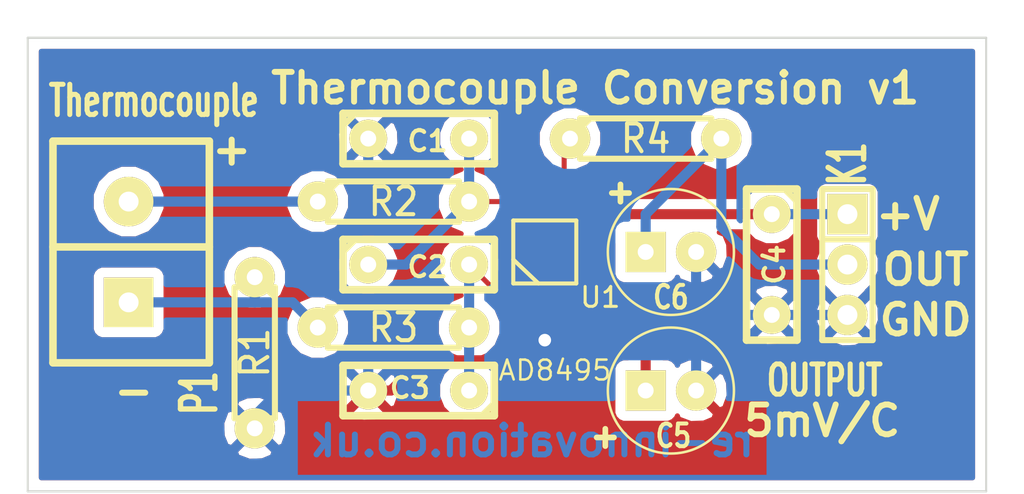
<source format=kicad_pcb>
(kicad_pcb (version 3) (host pcbnew "(2013-07-07 BZR 4022)-stable")

  (general
    (links 24)
    (no_connects 0)
    (area 21.463 45.085 73.025001 96.647001)
    (thickness 1.6)
    (drawings 12)
    (tracks 57)
    (zones 0)
    (modules 13)
    (nets 9)
  )

  (page A3)
  (layers
    (15 F.Cu signal)
    (0 B.Cu signal)
    (16 B.Adhes user)
    (17 F.Adhes user)
    (18 B.Paste user)
    (19 F.Paste user)
    (20 B.SilkS user)
    (21 F.SilkS user)
    (22 B.Mask user)
    (23 F.Mask user)
    (24 Dwgs.User user)
    (25 Cmts.User user)
    (26 Eco1.User user)
    (27 Eco2.User user)
    (28 Edge.Cuts user)
  )

  (setup
    (last_trace_width 0.508)
    (trace_clearance 0.254)
    (zone_clearance 0.508)
    (zone_45_only no)
    (trace_min 0.254)
    (segment_width 0.2)
    (edge_width 0.1)
    (via_size 0.889)
    (via_drill 0.635)
    (via_min_size 0.889)
    (via_min_drill 0.508)
    (uvia_size 0.508)
    (uvia_drill 0.127)
    (uvias_allowed no)
    (uvia_min_size 0.508)
    (uvia_min_drill 0.127)
    (pcb_text_width 0.3)
    (pcb_text_size 1.5 1.5)
    (mod_edge_width 0.15)
    (mod_text_size 1 1)
    (mod_text_width 0.15)
    (pad_size 2.032 2.032)
    (pad_drill 1.00076)
    (pad_to_mask_clearance 0)
    (aux_axis_origin 0 0)
    (visible_elements 7FFFFFFF)
    (pcbplotparams
      (layerselection 284196865)
      (usegerberextensions true)
      (excludeedgelayer true)
      (linewidth 0.150000)
      (plotframeref false)
      (viasonmask false)
      (mode 1)
      (useauxorigin false)
      (hpglpennumber 1)
      (hpglpenspeed 20)
      (hpglpendiameter 15)
      (hpglpenoverlay 2)
      (psnegative false)
      (psa4output false)
      (plotreference true)
      (plotvalue true)
      (plotothertext true)
      (plotinvisibletext false)
      (padsonsilk false)
      (subtractmaskfromsilk false)
      (outputformat 1)
      (mirror false)
      (drillshape 0)
      (scaleselection 1)
      (outputdirectory "E:/Work/PROTOTYPES/Thermcouple PCB/"))
  )

  (net 0 "")
  (net 1 GND)
  (net 2 N-000002)
  (net 3 N-000004)
  (net 4 N-000005)
  (net 5 N-000007)
  (net 6 N-000008)
  (net 7 N-000009)
  (net 8 VDD)

  (net_class Default "This is the default net class."
    (clearance 0.254)
    (trace_width 0.508)
    (via_dia 0.889)
    (via_drill 0.635)
    (uvia_dia 0.508)
    (uvia_drill 0.127)
    (add_net "")
    (add_net GND)
    (add_net N-000002)
    (add_net N-000004)
    (add_net N-000005)
    (add_net N-000007)
    (add_net N-000008)
    (add_net N-000009)
    (add_net VDD)
  )

  (module SIL-3_lg_pad_1mm (layer F.Cu) (tedit 5299AFDC) (tstamp 5299ACB6)
    (at 64.135 58.42 270)
    (descr "Connecteur 3 pins")
    (tags "CONN DEV")
    (path /5299AB87)
    (fp_text reference K1 (at -5.08 0 270) (layer F.SilkS)
      (effects (font (size 1.7907 1.07696) (thickness 0.26924)))
    )
    (fp_text value OUTPUT (at 5.842 1.143 360) (layer F.SilkS)
      (effects (font (size 1.524 1.016) (thickness 0.254)))
    )
    (fp_line (start -3.81 1.27) (end -3.81 -1.27) (layer F.SilkS) (width 0.3048))
    (fp_line (start -3.81 -1.27) (end 3.81 -1.27) (layer F.SilkS) (width 0.3048))
    (fp_line (start 3.81 -1.27) (end 3.81 1.27) (layer F.SilkS) (width 0.3048))
    (fp_line (start 3.81 1.27) (end -3.81 1.27) (layer F.SilkS) (width 0.3048))
    (fp_line (start -1.27 -1.27) (end -1.27 1.27) (layer F.SilkS) (width 0.3048))
    (pad 1 thru_hole rect (at -2.54 0 270) (size 2.032 2.032) (drill 1.00076)
      (layers *.Cu *.Mask F.SilkS)
      (net 8 VDD)
    )
    (pad 2 thru_hole circle (at 0 0 270) (size 2.032 2.032) (drill 1.00076)
      (layers *.Cu *.Mask F.SilkS)
      (net 2 N-000002)
    )
    (pad 3 thru_hole circle (at 2.54 0 270) (size 2.032 2.032) (drill 1.00076)
      (layers *.Cu *.Mask F.SilkS)
      (net 1 GND)
    )
  )

  (module SIL-2_screw_terminal (layer F.Cu) (tedit 5299B0C9) (tstamp 5299ACC3)
    (at 27.94 59.055 90)
    (descr "Connecteurs 2 pins")
    (tags "CONN DEV")
    (path /5299AB78)
    (fp_text reference P1 (at -5.842 3.556 90) (layer F.SilkS)
      (effects (font (size 1.72974 1.08712) (thickness 0.27178)))
    )
    (fp_text value Thermocouple (at 8.89 1.27 180) (layer F.SilkS)
      (effects (font (size 1.524 1.016) (thickness 0.254)))
    )
    (fp_text user - (at -5.715 0.254 180) (layer F.SilkS)
      (effects (font (size 1.524 1.524) (thickness 0.3048)))
    )
    (fp_text user + (at 6.35 5.08 90) (layer F.SilkS)
      (effects (font (size 1.524 1.524) (thickness 0.3048)))
    )
    (fp_line (start 1.524 4.064) (end 1.524 -3.81) (layer F.SilkS) (width 0.381))
    (fp_line (start -4.318 -3.81) (end 6.858 -3.81) (layer F.SilkS) (width 0.381))
    (fp_line (start 6.858 -3.81) (end 6.858 4.064) (layer F.SilkS) (width 0.381))
    (fp_line (start 6.858 4.064) (end -4.318 4.064) (layer F.SilkS) (width 0.381))
    (fp_line (start -4.318 4.064) (end -4.318 -3.81) (layer F.SilkS) (width 0.381))
    (pad 1 thru_hole rect (at -1.27 0 90) (size 2.49936 2.49936) (drill 1.00076)
      (layers *.Cu *.Mask F.SilkS)
      (net 5 N-000007)
    )
    (pad 2 thru_hole circle (at 3.81 0 90) (size 2.49936 2.49936) (drill 1.00076)
      (layers *.Cu *.Mask F.SilkS)
      (net 4 N-000005)
    )
  )

  (module R3-LARGE_PADS_0_8_hole (layer F.Cu) (tedit 4E9EA045) (tstamp 5299ACD1)
    (at 41.275 55.245)
    (descr "Resitance 3 pas")
    (tags R)
    (path /5299ABF0)
    (autoplace_cost180 10)
    (fp_text reference R2 (at 0 0) (layer F.SilkS)
      (effects (font (size 1.397 1.27) (thickness 0.2032)))
    )
    (fp_text value 10k (at 0 0) (layer F.SilkS) hide
      (effects (font (size 1.397 1.27) (thickness 0.2032)))
    )
    (fp_line (start -3.81 0) (end -3.302 0) (layer F.SilkS) (width 0.3048))
    (fp_line (start 3.81 0) (end 3.302 0) (layer F.SilkS) (width 0.3048))
    (fp_line (start 3.302 0) (end 3.302 -1.016) (layer F.SilkS) (width 0.3048))
    (fp_line (start 3.302 -1.016) (end -3.302 -1.016) (layer F.SilkS) (width 0.3048))
    (fp_line (start -3.302 -1.016) (end -3.302 1.016) (layer F.SilkS) (width 0.3048))
    (fp_line (start -3.302 1.016) (end 3.302 1.016) (layer F.SilkS) (width 0.3048))
    (fp_line (start 3.302 1.016) (end 3.302 0) (layer F.SilkS) (width 0.3048))
    (fp_line (start -3.302 -0.508) (end -2.794 -1.016) (layer F.SilkS) (width 0.3048))
    (pad 1 thru_hole circle (at -3.81 0) (size 2.032 2.032) (drill 0.8001)
      (layers *.Cu *.Mask F.SilkS)
      (net 4 N-000005)
    )
    (pad 2 thru_hole circle (at 3.81 0) (size 2.032 2.032) (drill 0.8001)
      (layers *.Cu *.Mask F.SilkS)
      (net 7 N-000009)
    )
    (model discret/resistor.wrl
      (at (xyz 0 0 0))
      (scale (xyz 0.3 0.3 0.3))
      (rotate (xyz 0 0 0))
    )
  )

  (module R3-LARGE_PADS_0_8_hole (layer F.Cu) (tedit 4E9EA045) (tstamp 5299ACDF)
    (at 41.275 61.595)
    (descr "Resitance 3 pas")
    (tags R)
    (path /5299ABFF)
    (autoplace_cost180 10)
    (fp_text reference R3 (at 0 0) (layer F.SilkS)
      (effects (font (size 1.397 1.27) (thickness 0.2032)))
    )
    (fp_text value 10k (at 0 0) (layer F.SilkS) hide
      (effects (font (size 1.397 1.27) (thickness 0.2032)))
    )
    (fp_line (start -3.81 0) (end -3.302 0) (layer F.SilkS) (width 0.3048))
    (fp_line (start 3.81 0) (end 3.302 0) (layer F.SilkS) (width 0.3048))
    (fp_line (start 3.302 0) (end 3.302 -1.016) (layer F.SilkS) (width 0.3048))
    (fp_line (start 3.302 -1.016) (end -3.302 -1.016) (layer F.SilkS) (width 0.3048))
    (fp_line (start -3.302 -1.016) (end -3.302 1.016) (layer F.SilkS) (width 0.3048))
    (fp_line (start -3.302 1.016) (end 3.302 1.016) (layer F.SilkS) (width 0.3048))
    (fp_line (start 3.302 1.016) (end 3.302 0) (layer F.SilkS) (width 0.3048))
    (fp_line (start -3.302 -0.508) (end -2.794 -1.016) (layer F.SilkS) (width 0.3048))
    (pad 1 thru_hole circle (at -3.81 0) (size 2.032 2.032) (drill 0.8001)
      (layers *.Cu *.Mask F.SilkS)
      (net 5 N-000007)
    )
    (pad 2 thru_hole circle (at 3.81 0) (size 2.032 2.032) (drill 0.8001)
      (layers *.Cu *.Mask F.SilkS)
      (net 6 N-000008)
    )
    (model discret/resistor.wrl
      (at (xyz 0 0 0))
      (scale (xyz 0.3 0.3 0.3))
      (rotate (xyz 0 0 0))
    )
  )

  (module R3-LARGE_PADS_0_8_hole (layer F.Cu) (tedit 4E9EA045) (tstamp 5299ACED)
    (at 34.29 62.865 270)
    (descr "Resitance 3 pas")
    (tags R)
    (path /5299AC0E)
    (autoplace_cost180 10)
    (fp_text reference R1 (at 0 0 270) (layer F.SilkS)
      (effects (font (size 1.397 1.27) (thickness 0.2032)))
    )
    (fp_text value 1M (at 0 0 270) (layer F.SilkS) hide
      (effects (font (size 1.397 1.27) (thickness 0.2032)))
    )
    (fp_line (start -3.81 0) (end -3.302 0) (layer F.SilkS) (width 0.3048))
    (fp_line (start 3.81 0) (end 3.302 0) (layer F.SilkS) (width 0.3048))
    (fp_line (start 3.302 0) (end 3.302 -1.016) (layer F.SilkS) (width 0.3048))
    (fp_line (start 3.302 -1.016) (end -3.302 -1.016) (layer F.SilkS) (width 0.3048))
    (fp_line (start -3.302 -1.016) (end -3.302 1.016) (layer F.SilkS) (width 0.3048))
    (fp_line (start -3.302 1.016) (end 3.302 1.016) (layer F.SilkS) (width 0.3048))
    (fp_line (start 3.302 1.016) (end 3.302 0) (layer F.SilkS) (width 0.3048))
    (fp_line (start -3.302 -0.508) (end -2.794 -1.016) (layer F.SilkS) (width 0.3048))
    (pad 1 thru_hole circle (at -3.81 0 270) (size 2.032 2.032) (drill 0.8001)
      (layers *.Cu *.Mask F.SilkS)
      (net 5 N-000007)
    )
    (pad 2 thru_hole circle (at 3.81 0 270) (size 2.032 2.032) (drill 0.8001)
      (layers *.Cu *.Mask F.SilkS)
      (net 1 GND)
    )
    (model discret/resistor.wrl
      (at (xyz 0 0 0))
      (scale (xyz 0.3 0.3 0.3))
      (rotate (xyz 0 0 0))
    )
  )

  (module R3-LARGE_PADS_0_8_hole (layer F.Cu) (tedit 4E9EA045) (tstamp 5299ACFB)
    (at 53.975 52.07)
    (descr "Resitance 3 pas")
    (tags R)
    (path /5299AC4A)
    (autoplace_cost180 10)
    (fp_text reference R4 (at 0 0) (layer F.SilkS)
      (effects (font (size 1.397 1.27) (thickness 0.2032)))
    )
    (fp_text value 100k (at 0 0) (layer F.SilkS) hide
      (effects (font (size 1.397 1.27) (thickness 0.2032)))
    )
    (fp_line (start -3.81 0) (end -3.302 0) (layer F.SilkS) (width 0.3048))
    (fp_line (start 3.81 0) (end 3.302 0) (layer F.SilkS) (width 0.3048))
    (fp_line (start 3.302 0) (end 3.302 -1.016) (layer F.SilkS) (width 0.3048))
    (fp_line (start 3.302 -1.016) (end -3.302 -1.016) (layer F.SilkS) (width 0.3048))
    (fp_line (start -3.302 -1.016) (end -3.302 1.016) (layer F.SilkS) (width 0.3048))
    (fp_line (start -3.302 1.016) (end 3.302 1.016) (layer F.SilkS) (width 0.3048))
    (fp_line (start 3.302 1.016) (end 3.302 0) (layer F.SilkS) (width 0.3048))
    (fp_line (start -3.302 -0.508) (end -2.794 -1.016) (layer F.SilkS) (width 0.3048))
    (pad 1 thru_hole circle (at -3.81 0) (size 2.032 2.032) (drill 0.8001)
      (layers *.Cu *.Mask F.SilkS)
      (net 3 N-000004)
    )
    (pad 2 thru_hole circle (at 3.81 0) (size 2.032 2.032) (drill 0.8001)
      (layers *.Cu *.Mask F.SilkS)
      (net 2 N-000002)
    )
    (model discret/resistor.wrl
      (at (xyz 0 0 0))
      (scale (xyz 0.3 0.3 0.3))
      (rotate (xyz 0 0 0))
    )
  )

  (module MSOP_8 (layer F.Cu) (tedit 5299B02A) (tstamp 5299AD0C)
    (at 48.895 57.785)
    (path /5299AB69)
    (fp_text reference U1 (at 2.794 2.286) (layer F.SilkS)
      (effects (font (size 1.00076 1.00076) (thickness 0.1524)))
    )
    (fp_text value AD8495 (at 0.508 5.969) (layer F.SilkS)
      (effects (font (size 1.00076 1.00076) (thickness 0.127)))
    )
    (fp_line (start -0.3175 1.5875) (end -1.5875 0.381) (layer F.SilkS) (width 0.2032))
    (fp_line (start -1.5875 1.5875) (end 1.5875 1.5875) (layer F.SilkS) (width 0.2032))
    (fp_line (start 1.5875 1.5875) (end 1.5875 -1.5875) (layer F.SilkS) (width 0.2032))
    (fp_line (start 1.5875 -1.5875) (end -1.5875 -1.5875) (layer F.SilkS) (width 0.2032))
    (fp_line (start -1.5875 -1.5875) (end -1.5875 1.5875) (layer F.SilkS) (width 0.2032))
    (pad 1 smd rect (at -0.97536 2.159) (size 0.381 1.27)
      (layers F.Cu F.Paste F.Mask)
      (net 6 N-000008)
    )
    (pad 2 smd rect (at -0.32512 2.159) (size 0.381 1.27)
      (layers F.Cu F.Paste F.Mask)
      (net 1 GND)
    )
    (pad 3 smd rect (at 0.32512 2.159) (size 0.381 1.27)
      (layers F.Cu F.Paste F.Mask)
      (net 1 GND)
    )
    (pad 4 smd rect (at 0.97536 2.159) (size 0.381 1.27)
      (layers F.Cu F.Paste F.Mask)
    )
    (pad 5 smd rect (at 0.97536 -2.159) (size 0.381 1.27)
      (layers F.Cu F.Paste F.Mask)
      (net 3 N-000004)
    )
    (pad 6 smd rect (at 0.32512 -2.159) (size 0.381 1.27)
      (layers F.Cu F.Paste F.Mask)
      (net 3 N-000004)
    )
    (pad 7 smd rect (at -0.32512 -2.159) (size 0.381 1.27)
      (layers F.Cu F.Paste F.Mask)
      (net 8 VDD)
    )
    (pad 8 smd rect (at -0.97536 -2.159) (size 0.381 1.27)
      (layers F.Cu F.Paste F.Mask)
      (net 7 N-000009)
    )
    (model smd/MSOP_8.wrl
      (at (xyz 0 0 0.001))
      (scale (xyz 0.3937 0.3937 0.3937))
      (rotate (xyz 0 0 0))
    )
  )

  (module C1V7_lg_pad (layer F.Cu) (tedit 5299B01E) (tstamp 5299AD14)
    (at 55.245 64.77)
    (path /5299ABE1)
    (fp_text reference C5 (at 0.127 2.286) (layer F.SilkS)
      (effects (font (size 1.143 0.889) (thickness 0.2032)))
    )
    (fp_text value 10uf (at 0 -1.524) (layer F.SilkS) hide
      (effects (font (size 1.143 0.889) (thickness 0.2032)))
    )
    (fp_text user + (at -3.302 2.286) (layer F.SilkS)
      (effects (font (size 1.143 1.143) (thickness 0.28702)))
    )
    (fp_circle (center 0 0) (end 3.175 0) (layer F.SilkS) (width 0.127))
    (pad 1 thru_hole rect (at -1.27 0) (size 2.032 2.032) (drill 0.8001)
      (layers *.Cu *.Mask F.SilkS)
      (net 8 VDD)
    )
    (pad 2 thru_hole circle (at 1.27 0) (size 2.032 2.032) (drill 0.8001)
      (layers *.Cu *.Mask F.SilkS)
      (net 1 GND)
    )
    (model discret/c_vert_c1v7.wrl
      (at (xyz 0 0 0))
      (scale (xyz 1 1 1))
      (rotate (xyz 0 0 0))
    )
  )

  (module C1V7_lg_pad (layer F.Cu) (tedit 5299B021) (tstamp 5299AD1C)
    (at 55.245 57.785)
    (path /5299AC59)
    (fp_text reference C6 (at 0 2.286) (layer F.SilkS)
      (effects (font (size 1.143 0.889) (thickness 0.2032)))
    )
    (fp_text value 1uf (at -0.127 -2.794) (layer F.SilkS) hide
      (effects (font (size 1.143 0.889) (thickness 0.2032)))
    )
    (fp_text user + (at -2.54 -3.048) (layer F.SilkS)
      (effects (font (size 1.143 1.143) (thickness 0.28702)))
    )
    (fp_circle (center 0 0) (end 3.175 0) (layer F.SilkS) (width 0.127))
    (pad 1 thru_hole rect (at -1.27 0) (size 2.032 2.032) (drill 0.8001)
      (layers *.Cu *.Mask F.SilkS)
      (net 2 N-000002)
    )
    (pad 2 thru_hole circle (at 1.27 0) (size 2.032 2.032) (drill 0.8001)
      (layers *.Cu *.Mask F.SilkS)
      (net 1 GND)
    )
    (model discret/c_vert_c1v7.wrl
      (at (xyz 0 0 0))
      (scale (xyz 1 1 1))
      (rotate (xyz 0 0 0))
    )
  )

  (module C1_wide_lg_pad (layer F.Cu) (tedit 4E38197A) (tstamp 5299AD27)
    (at 41.275 58.42)
    (descr "Condensateur e = 1 pas")
    (tags C)
    (path /5299AB96)
    (fp_text reference C2 (at 1.7145 0.127) (layer F.SilkS)
      (effects (font (size 1.016 1.016) (thickness 0.2032)))
    )
    (fp_text value 10nf (at 0 -2.286) (layer F.SilkS) hide
      (effects (font (size 1.016 1.016) (thickness 0.2032)))
    )
    (fp_line (start -2.54 -1.27) (end -2.54 1.27) (layer F.SilkS) (width 0.381))
    (fp_line (start -2.54 1.27) (end 5.08 1.27) (layer F.SilkS) (width 0.381))
    (fp_line (start 5.08 1.27) (end 5.08 -1.27) (layer F.SilkS) (width 0.381))
    (fp_line (start 5.08 -1.27) (end -2.54 -1.27) (layer F.SilkS) (width 0.381))
    (fp_line (start -2.54 -0.635) (end -1.905 -1.27) (layer F.SilkS) (width 0.3048))
    (pad 1 thru_hole circle (at -1.27 0) (size 1.905 1.905) (drill 0.8001)
      (layers *.Cu *.Mask F.SilkS)
      (net 7 N-000009)
    )
    (pad 2 thru_hole circle (at 3.81 0) (size 1.905 1.905) (drill 0.8001)
      (layers *.Cu *.Mask F.SilkS)
      (net 6 N-000008)
    )
    (model discret/capa_1_pas.wrl
      (at (xyz 0 0 0))
      (scale (xyz 1 1 1))
      (rotate (xyz 0 0 0))
    )
  )

  (module C1_wide_lg_pad (layer F.Cu) (tedit 4E38197A) (tstamp 5299AD32)
    (at 43.815 64.77 180)
    (descr "Condensateur e = 1 pas")
    (tags C)
    (path /5299ABB4)
    (fp_text reference C3 (at 1.7145 0.127 180) (layer F.SilkS)
      (effects (font (size 1.016 1.016) (thickness 0.2032)))
    )
    (fp_text value 1nf (at 0 -2.286 180) (layer F.SilkS) hide
      (effects (font (size 1.016 1.016) (thickness 0.2032)))
    )
    (fp_line (start -2.54 -1.27) (end -2.54 1.27) (layer F.SilkS) (width 0.381))
    (fp_line (start -2.54 1.27) (end 5.08 1.27) (layer F.SilkS) (width 0.381))
    (fp_line (start 5.08 1.27) (end 5.08 -1.27) (layer F.SilkS) (width 0.381))
    (fp_line (start 5.08 -1.27) (end -2.54 -1.27) (layer F.SilkS) (width 0.381))
    (fp_line (start -2.54 -0.635) (end -1.905 -1.27) (layer F.SilkS) (width 0.3048))
    (pad 1 thru_hole circle (at -1.27 0 180) (size 1.905 1.905) (drill 0.8001)
      (layers *.Cu *.Mask F.SilkS)
      (net 6 N-000008)
    )
    (pad 2 thru_hole circle (at 3.81 0 180) (size 1.905 1.905) (drill 0.8001)
      (layers *.Cu *.Mask F.SilkS)
      (net 1 GND)
    )
    (model discret/capa_1_pas.wrl
      (at (xyz 0 0 0))
      (scale (xyz 1 1 1))
      (rotate (xyz 0 0 0))
    )
  )

  (module C1_wide_lg_pad (layer F.Cu) (tedit 4E38197A) (tstamp 5299AD3D)
    (at 41.275 52.07)
    (descr "Condensateur e = 1 pas")
    (tags C)
    (path /5299ABC3)
    (fp_text reference C1 (at 1.7145 0.127) (layer F.SilkS)
      (effects (font (size 1.016 1.016) (thickness 0.2032)))
    )
    (fp_text value 1nf (at 0 -2.286) (layer F.SilkS) hide
      (effects (font (size 1.016 1.016) (thickness 0.2032)))
    )
    (fp_line (start -2.54 -1.27) (end -2.54 1.27) (layer F.SilkS) (width 0.381))
    (fp_line (start -2.54 1.27) (end 5.08 1.27) (layer F.SilkS) (width 0.381))
    (fp_line (start 5.08 1.27) (end 5.08 -1.27) (layer F.SilkS) (width 0.381))
    (fp_line (start 5.08 -1.27) (end -2.54 -1.27) (layer F.SilkS) (width 0.381))
    (fp_line (start -2.54 -0.635) (end -1.905 -1.27) (layer F.SilkS) (width 0.3048))
    (pad 1 thru_hole circle (at -1.27 0) (size 1.905 1.905) (drill 0.8001)
      (layers *.Cu *.Mask F.SilkS)
      (net 1 GND)
    )
    (pad 2 thru_hole circle (at 3.81 0) (size 1.905 1.905) (drill 0.8001)
      (layers *.Cu *.Mask F.SilkS)
      (net 7 N-000009)
    )
    (model discret/capa_1_pas.wrl
      (at (xyz 0 0 0))
      (scale (xyz 1 1 1))
      (rotate (xyz 0 0 0))
    )
  )

  (module C1_wide_lg_pad (layer F.Cu) (tedit 5299AD8C) (tstamp 5299AD48)
    (at 60.325 57.15 270)
    (descr "Condensateur e = 1 pas")
    (tags C)
    (path /5299ABD2)
    (fp_text reference C4 (at 1.27 -0.127 270) (layer F.SilkS)
      (effects (font (size 1.016 1.016) (thickness 0.2032)))
    )
    (fp_text value 100nf (at 0 -2.286 270) (layer F.SilkS) hide
      (effects (font (size 1.016 1.016) (thickness 0.2032)))
    )
    (fp_line (start -2.54 -1.27) (end -2.54 1.27) (layer F.SilkS) (width 0.381))
    (fp_line (start -2.54 1.27) (end 5.08 1.27) (layer F.SilkS) (width 0.381))
    (fp_line (start 5.08 1.27) (end 5.08 -1.27) (layer F.SilkS) (width 0.381))
    (fp_line (start 5.08 -1.27) (end -2.54 -1.27) (layer F.SilkS) (width 0.381))
    (fp_line (start -2.54 -0.635) (end -1.905 -1.27) (layer F.SilkS) (width 0.3048))
    (pad 1 thru_hole circle (at -1.27 0 270) (size 1.905 1.905) (drill 0.8001)
      (layers *.Cu *.Mask F.SilkS)
      (net 8 VDD)
    )
    (pad 2 thru_hole circle (at 3.81 0 270) (size 1.905 1.905) (drill 0.8001)
      (layers *.Cu *.Mask F.SilkS)
      (net 1 GND)
    )
    (model discret/capa_1_pas.wrl
      (at (xyz 0 0 0))
      (scale (xyz 1 1 1))
      (rotate (xyz 0 0 0))
    )
  )

  (gr_line (start 22.86 69.85) (end 71.12 69.85) (angle 90) (layer Edge.Cuts) (width 0.1))
  (gr_line (start 22.86 46.99) (end 22.86 69.85) (angle 90) (layer Edge.Cuts) (width 0.1))
  (gr_line (start 71.12 46.99) (end 22.86 46.99) (angle 90) (layer Edge.Cuts) (width 0.1))
  (gr_line (start 71.12 69.85) (end 71.12 46.99) (angle 90) (layer Edge.Cuts) (width 0.1))
  (gr_line (start 71.12 69.85) (end 22.86 69.85) (angle 90) (layer Edge.Cuts) (width 0.1))
  (gr_line (start 22.86 46.99) (end 71.12 46.99) (angle 90) (layer Edge.Cuts) (width 0.1))
  (gr_text "Thermocouple Conversion v1" (at 51.435 49.53) (layer F.SilkS)
    (effects (font (size 1.5 1.5) (thickness 0.3)))
  )
  (gr_text re-innovation.co.uk (at 48.26 67.31) (layer B.Cu)
    (effects (font (size 1.5 1.5) (thickness 0.3)) (justify mirror))
  )
  (gr_text GND (at 68.072 61.214) (layer F.SilkS)
    (effects (font (size 1.5 1.5) (thickness 0.3)))
  )
  (gr_text OUT (at 68.072 58.674) (layer F.SilkS)
    (effects (font (size 1.5 1.5) (thickness 0.3)))
  )
  (gr_text 5mV/C (at 62.865 66.294) (layer F.SilkS)
    (effects (font (size 1.5 1.5) (thickness 0.3)))
  )
  (gr_text +V (at 67.183 55.88) (layer F.SilkS)
    (effects (font (size 1.5 1.5) (thickness 0.3)))
  )

  (segment (start 40.005 64.77) (end 41.148 64.77) (width 0.508) (layer F.Cu) (net 1))
  (segment (start 47.879 63.246) (end 48.895 62.23) (width 0.508) (layer F.Cu) (net 1) (tstamp 5299AF81))
  (segment (start 42.672 63.246) (end 47.879 63.246) (width 0.508) (layer F.Cu) (net 1) (tstamp 5299AF80))
  (segment (start 41.148 64.77) (end 42.672 63.246) (width 0.508) (layer F.Cu) (net 1) (tstamp 5299AF7F))
  (segment (start 48.895 61.595) (end 48.895 62.23) (width 0.508) (layer F.Cu) (net 1))
  (segment (start 48.895 59.944) (end 48.895 61.595) (width 0.254) (layer F.Cu) (net 1))
  (segment (start 48.895 62.23) (end 56.515 62.23) (width 0.508) (layer B.Cu) (net 1) (tstamp 5299AF78))
  (via (at 48.895 62.23) (size 0.889) (layers F.Cu B.Cu) (net 1))
  (segment (start 48.56988 59.944) (end 48.895 59.944) (width 0.254) (layer F.Cu) (net 1))
  (segment (start 48.895 59.944) (end 49.22012 59.944) (width 0.254) (layer F.Cu) (net 1) (tstamp 5299AF6D))
  (segment (start 60.325 60.96) (end 56.515 60.96) (width 0.508) (layer B.Cu) (net 1))
  (segment (start 56.515 64.77) (end 56.515 62.23) (width 0.508) (layer B.Cu) (net 1))
  (segment (start 56.515 62.23) (end 56.515 60.96) (width 0.508) (layer B.Cu) (net 1) (tstamp 5299AF7B))
  (segment (start 56.515 60.96) (end 56.515 57.785) (width 0.508) (layer B.Cu) (net 1) (tstamp 5299AF57))
  (segment (start 60.325 60.96) (end 64.135 60.96) (width 0.508) (layer B.Cu) (net 1))
  (segment (start 34.29 66.675) (end 34.29 66.04) (width 0.508) (layer B.Cu) (net 1))
  (segment (start 35.56 64.77) (end 40.005 64.77) (width 0.508) (layer B.Cu) (net 1) (tstamp 5299AF45))
  (segment (start 34.29 66.04) (end 35.56 64.77) (width 0.508) (layer B.Cu) (net 1) (tstamp 5299AF44))
  (segment (start 40.005 64.77) (end 40.005 61.595) (width 0.508) (layer B.Cu) (net 1))
  (segment (start 40.005 55.88) (end 40.005 52.07) (width 0.508) (layer B.Cu) (net 1) (tstamp 5299AF41))
  (segment (start 38.1 57.785) (end 40.005 55.88) (width 0.508) (layer B.Cu) (net 1) (tstamp 5299AF40))
  (segment (start 38.1 59.69) (end 38.1 57.785) (width 0.508) (layer B.Cu) (net 1) (tstamp 5299AF3F))
  (segment (start 40.005 61.595) (end 38.1 59.69) (width 0.508) (layer B.Cu) (net 1) (tstamp 5299AF3E))
  (segment (start 64.135 58.42) (end 59.69 58.42) (width 0.508) (layer B.Cu) (net 2))
  (segment (start 57.785 56.515) (end 57.785 52.07) (width 0.508) (layer B.Cu) (net 2) (tstamp 5299AF50))
  (segment (start 59.69 58.42) (end 57.785 56.515) (width 0.508) (layer B.Cu) (net 2) (tstamp 5299AF4F))
  (segment (start 53.975 57.785) (end 53.975 55.88) (width 0.508) (layer B.Cu) (net 2))
  (segment (start 53.975 55.88) (end 57.785 52.07) (width 0.508) (layer B.Cu) (net 2) (tstamp 5299AF4C))
  (segment (start 49.22012 55.626) (end 49.87036 55.626) (width 0.254) (layer F.Cu) (net 3))
  (segment (start 49.87036 55.626) (end 49.87036 52.36464) (width 0.254) (layer F.Cu) (net 3))
  (segment (start 49.87036 52.36464) (end 50.165 52.07) (width 0.254) (layer F.Cu) (net 3) (tstamp 5299AF66))
  (segment (start 27.94 55.245) (end 37.465 55.245) (width 0.508) (layer B.Cu) (net 4))
  (segment (start 34.29 59.055) (end 34.29 60.325) (width 0.508) (layer B.Cu) (net 5))
  (segment (start 27.94 60.325) (end 34.29 60.325) (width 0.508) (layer B.Cu) (net 5))
  (segment (start 34.29 60.325) (end 36.195 60.325) (width 0.508) (layer B.Cu) (net 5) (tstamp 5299AF33))
  (segment (start 36.195 60.325) (end 37.465 61.595) (width 0.508) (layer B.Cu) (net 5) (tstamp 5299AF2E))
  (segment (start 36.195 60.325) (end 37.465 61.595) (width 0.254) (layer B.Cu) (net 5) (tstamp 5299AF28))
  (segment (start 47.91964 59.944) (end 46.609 59.944) (width 0.254) (layer F.Cu) (net 6))
  (segment (start 46.609 59.944) (end 45.085 58.42) (width 0.254) (layer F.Cu) (net 6) (tstamp 5299AF62))
  (segment (start 45.085 64.77) (end 45.085 61.595) (width 0.508) (layer B.Cu) (net 6))
  (segment (start 45.085 61.595) (end 45.085 58.42) (width 0.508) (layer B.Cu) (net 6))
  (segment (start 45.085 55.245) (end 47.53864 55.245) (width 0.254) (layer F.Cu) (net 7))
  (segment (start 47.53864 55.245) (end 47.91964 55.626) (width 0.254) (layer F.Cu) (net 7) (tstamp 5299AF5E))
  (segment (start 45.085 55.245) (end 45.085 52.07) (width 0.508) (layer B.Cu) (net 7))
  (segment (start 40.005 58.42) (end 41.91 58.42) (width 0.508) (layer B.Cu) (net 7))
  (segment (start 41.91 58.42) (end 45.085 55.245) (width 0.508) (layer B.Cu) (net 7) (tstamp 5299AF35))
  (segment (start 50.038 58.293) (end 53.975 62.23) (width 0.508) (layer F.Cu) (net 8))
  (segment (start 50.292 58.547) (end 50.038 58.293) (width 0.508) (layer F.Cu) (net 8))
  (segment (start 50.038 58.293) (end 48.56988 56.82488) (width 0.508) (layer F.Cu) (net 8) (tstamp 5299AF95))
  (segment (start 53.975 62.23) (end 53.975 64.77) (width 0.508) (layer F.Cu) (net 8) (tstamp 5299AF8E))
  (segment (start 60.325 55.88) (end 52.578 55.88) (width 0.508) (layer F.Cu) (net 8))
  (segment (start 50.292 58.166) (end 50.292 58.547) (width 0.508) (layer F.Cu) (net 8) (tstamp 5299AF86))
  (segment (start 52.578 55.88) (end 50.292 58.166) (width 0.508) (layer F.Cu) (net 8) (tstamp 5299AF84))
  (segment (start 48.56988 55.626) (end 48.56988 56.82488) (width 0.254) (layer F.Cu) (net 8))
  (segment (start 53.975 62.23) (end 53.975 64.77) (width 0.254) (layer F.Cu) (net 8) (tstamp 5299AF72))
  (segment (start 50.292 58.547) (end 53.975 62.23) (width 0.254) (layer F.Cu) (net 8) (tstamp 5299AF89))
  (segment (start 64.135 55.88) (end 60.325 55.88) (width 0.508) (layer B.Cu) (net 8))

  (zone (net 1) (net_name GND) (layer B.Cu) (tstamp 5299B209) (hatch edge 0.508)
    (connect_pads (clearance 0.508))
    (min_thickness 0.254)
    (fill (arc_segments 16) (thermal_gap 0.508) (thermal_bridge_width 0.508))
    (polygon
      (pts
        (xy 72.263 69.977) (xy 22.098 69.977) (xy 22.225 45.72) (xy 72.39 45.72)
      )
    )
    (filled_polygon
      (pts
        (xy 70.435 69.165) (xy 65.796816 69.165) (xy 65.796816 61.228358) (xy 65.786286 60.937976) (xy 65.786286 58.093037)
        (xy 65.535466 57.486005) (xy 65.491794 57.442257) (xy 65.510229 57.434641) (xy 65.689013 57.256168) (xy 65.785889 57.022864)
        (xy 65.78611 56.770245) (xy 65.78611 54.738245) (xy 65.689641 54.504771) (xy 65.511168 54.325987) (xy 65.277864 54.229111)
        (xy 65.025245 54.22889) (xy 62.993245 54.22889) (xy 62.759771 54.325359) (xy 62.580987 54.503832) (xy 62.484111 54.737136)
        (xy 62.48389 54.989755) (xy 62.48389 54.991) (xy 61.675349 54.991) (xy 61.671601 54.981929) (xy 61.22542 54.534969)
        (xy 60.642158 54.292777) (xy 60.010612 54.292226) (xy 59.426929 54.533399) (xy 58.979969 54.97958) (xy 58.737777 55.562842)
        (xy 58.737226 56.194388) (xy 58.748211 56.220975) (xy 58.674 56.146764) (xy 58.674 53.489057) (xy 58.718995 53.470466)
        (xy 59.183834 53.006437) (xy 59.435713 52.399845) (xy 59.436286 51.743037) (xy 59.185466 51.136005) (xy 58.721437 50.671166)
        (xy 58.114845 50.419287) (xy 57.458037 50.418714) (xy 56.851005 50.669534) (xy 56.386166 51.133563) (xy 56.134287 51.740155)
        (xy 56.133714 52.396963) (xy 56.153329 52.444435) (xy 53.346382 55.251382) (xy 53.153671 55.539794) (xy 53.086 55.88)
        (xy 53.086 56.13389) (xy 52.833245 56.13389) (xy 52.599771 56.230359) (xy 52.420987 56.408832) (xy 52.324111 56.642136)
        (xy 52.32389 56.894755) (xy 52.32389 58.926755) (xy 52.420359 59.160229) (xy 52.598832 59.339013) (xy 52.832136 59.435889)
        (xy 53.084755 59.43611) (xy 55.116755 59.43611) (xy 55.350229 59.339641) (xy 55.529013 59.161168) (xy 55.571563 59.058693)
        (xy 55.63112 59.217622) (xy 56.246642 59.446816) (xy 56.903019 59.423014) (xy 57.39888 59.217622) (xy 57.499502 58.949107)
        (xy 56.515 57.964605) (xy 56.500857 57.978747) (xy 56.321252 57.799142) (xy 56.335395 57.785) (xy 56.321252 57.770857)
        (xy 56.500857 57.591252) (xy 56.515 57.605395) (xy 56.529142 57.591252) (xy 56.708747 57.770857) (xy 56.694605 57.785)
        (xy 57.679107 58.769502) (xy 57.947622 58.66888) (xy 58.146781 58.134017) (xy 59.061381 59.048617) (xy 59.061382 59.048618)
        (xy 59.349794 59.241329) (xy 59.689999 59.309) (xy 59.689999 59.308999) (xy 59.69 59.309) (xy 62.715942 59.309)
        (xy 62.734534 59.353995) (xy 63.157366 59.777565) (xy 63.150498 59.795893) (xy 64.135 60.780395) (xy 65.119502 59.795893)
        (xy 65.112453 59.777083) (xy 65.533834 59.356437) (xy 65.785713 58.749845) (xy 65.786286 58.093037) (xy 65.786286 60.937976)
        (xy 65.773014 60.571981) (xy 65.567622 60.07612) (xy 65.299107 59.975498) (xy 64.314605 60.96) (xy 65.299107 61.944502)
        (xy 65.567622 61.84388) (xy 65.796816 61.228358) (xy 65.796816 69.165) (xy 65.119502 69.165) (xy 65.119502 62.124107)
        (xy 64.135 61.139605) (xy 63.955395 61.31921) (xy 63.955395 60.96) (xy 62.970893 59.975498) (xy 62.702378 60.07612)
        (xy 62.473184 60.691642) (xy 62.496986 61.348019) (xy 62.702378 61.84388) (xy 62.970893 61.944502) (xy 63.955395 60.96)
        (xy 63.955395 61.31921) (xy 63.150498 62.124107) (xy 63.25112 62.392622) (xy 63.866642 62.621816) (xy 64.523019 62.598014)
        (xy 65.01888 62.392622) (xy 65.119502 62.124107) (xy 65.119502 69.165) (xy 61.923672 69.165) (xy 61.923672 61.213199)
        (xy 61.898875 60.582141) (xy 61.705086 60.114289) (xy 61.443159 60.021447) (xy 61.263553 60.201052) (xy 61.263553 59.841841)
        (xy 61.170711 59.579914) (xy 60.578199 59.361328) (xy 59.947141 59.386125) (xy 59.479289 59.579914) (xy 59.386447 59.841841)
        (xy 60.325 60.780395) (xy 61.263553 59.841841) (xy 61.263553 60.201052) (xy 60.504605 60.96) (xy 61.443159 61.898553)
        (xy 61.705086 61.805711) (xy 61.923672 61.213199) (xy 61.923672 69.165) (xy 61.263553 69.165) (xy 61.263553 62.078159)
        (xy 60.325 61.139605) (xy 60.145395 61.31921) (xy 60.145395 60.96) (xy 59.206841 60.021447) (xy 58.944914 60.114289)
        (xy 58.726328 60.706801) (xy 58.751125 61.337859) (xy 58.944914 61.805711) (xy 59.206841 61.898553) (xy 60.145395 60.96)
        (xy 60.145395 61.31921) (xy 59.386447 62.078159) (xy 59.479289 62.340086) (xy 60.071801 62.558672) (xy 60.702859 62.533875)
        (xy 61.170711 62.340086) (xy 61.263553 62.078159) (xy 61.263553 69.165) (xy 60.187858 69.165) (xy 60.187858 69.145)
        (xy 60.187858 65.175) (xy 58.125936 65.175) (xy 58.176816 65.038358) (xy 58.153014 64.381981) (xy 57.947622 63.88612)
        (xy 57.679107 63.785498) (xy 56.694605 64.77) (xy 56.708747 64.784142) (xy 56.529142 64.963747) (xy 56.515 64.949605)
        (xy 56.500857 64.963747) (xy 56.321252 64.784142) (xy 56.335395 64.77) (xy 56.321252 64.755857) (xy 56.500857 64.576252)
        (xy 56.515 64.590395) (xy 57.499502 63.605893) (xy 57.39888 63.337378) (xy 56.783358 63.108184) (xy 56.126981 63.131986)
        (xy 55.63112 63.337378) (xy 55.571578 63.496267) (xy 55.529641 63.394771) (xy 55.351168 63.215987) (xy 55.117864 63.119111)
        (xy 54.865245 63.11889) (xy 52.833245 63.11889) (xy 52.599771 63.215359) (xy 52.420987 63.393832) (xy 52.324111 63.627136)
        (xy 52.32389 63.879755) (xy 52.32389 65.175) (xy 51.816286 65.175) (xy 51.816286 51.743037) (xy 51.565466 51.136005)
        (xy 51.101437 50.671166) (xy 50.494845 50.419287) (xy 49.838037 50.418714) (xy 49.231005 50.669534) (xy 48.766166 51.133563)
        (xy 48.514287 51.740155) (xy 48.513714 52.396963) (xy 48.764534 53.003995) (xy 49.228563 53.468834) (xy 49.835155 53.720713)
        (xy 50.491963 53.721286) (xy 51.098995 53.470466) (xy 51.563834 53.006437) (xy 51.815713 52.399845) (xy 51.816286 51.743037)
        (xy 51.816286 65.175) (xy 46.635747 65.175) (xy 46.672223 65.087158) (xy 46.672774 64.455612) (xy 46.431601 63.871929)
        (xy 45.98542 63.424969) (xy 45.974 63.420226) (xy 45.974 63.014057) (xy 46.018995 62.995466) (xy 46.483834 62.531437)
        (xy 46.735713 61.924845) (xy 46.736286 61.268037) (xy 46.485466 60.661005) (xy 46.021437 60.196166) (xy 45.974 60.176468)
        (xy 45.974 59.770349) (xy 45.983071 59.766601) (xy 46.430031 59.32042) (xy 46.672223 58.737158) (xy 46.672774 58.105612)
        (xy 46.431601 57.521929) (xy 45.98542 57.074969) (xy 45.48371 56.86664) (xy 46.018995 56.645466) (xy 46.483834 56.181437)
        (xy 46.735713 55.574845) (xy 46.736286 54.918037) (xy 46.485466 54.311005) (xy 46.021437 53.846166) (xy 45.974 53.826468)
        (xy 45.974 53.420349) (xy 45.983071 53.416601) (xy 46.430031 52.97042) (xy 46.672223 52.387158) (xy 46.672774 51.755612)
        (xy 46.431601 51.171929) (xy 45.98542 50.724969) (xy 45.402158 50.482777) (xy 44.770612 50.482226) (xy 44.186929 50.723399)
        (xy 43.739969 51.16958) (xy 43.497777 51.752842) (xy 43.497226 52.384388) (xy 43.738399 52.968071) (xy 44.18458 53.415031)
        (xy 44.196 53.419773) (xy 44.196 53.825942) (xy 44.151005 53.844534) (xy 43.686166 54.308563) (xy 43.434287 54.915155)
        (xy 43.433714 55.571963) (xy 43.453328 55.619435) (xy 41.603672 57.469091) (xy 41.603672 52.323199) (xy 41.578875 51.692141)
        (xy 41.385086 51.224289) (xy 41.123159 51.131447) (xy 40.943553 51.311052) (xy 40.943553 50.951841) (xy 40.850711 50.689914)
        (xy 40.258199 50.471328) (xy 39.627141 50.496125) (xy 39.159289 50.689914) (xy 39.066447 50.951841) (xy 40.005 51.890395)
        (xy 40.943553 50.951841) (xy 40.943553 51.311052) (xy 40.184605 52.07) (xy 41.123159 53.008553) (xy 41.385086 52.915711)
        (xy 41.603672 52.323199) (xy 41.603672 57.469091) (xy 41.541764 57.531) (xy 41.355349 57.531) (xy 41.351601 57.521929)
        (xy 40.943553 57.113168) (xy 40.943553 53.188159) (xy 40.005 52.249605) (xy 39.825395 52.42921) (xy 39.825395 52.07)
        (xy 38.886841 51.131447) (xy 38.624914 51.224289) (xy 38.406328 51.816801) (xy 38.431125 52.447859) (xy 38.624914 52.915711)
        (xy 38.886841 53.008553) (xy 39.825395 52.07) (xy 39.825395 52.42921) (xy 39.066447 53.188159) (xy 39.159289 53.450086)
        (xy 39.751801 53.668672) (xy 40.382859 53.643875) (xy 40.850711 53.450086) (xy 40.943553 53.188159) (xy 40.943553 57.113168)
        (xy 40.90542 57.074969) (xy 40.322158 56.832777) (xy 39.690612 56.832226) (xy 39.116286 57.069532) (xy 39.116286 54.918037)
        (xy 38.865466 54.311005) (xy 38.401437 53.846166) (xy 37.794845 53.594287) (xy 37.138037 53.593714) (xy 36.531005 53.844534)
        (xy 36.066166 54.308563) (xy 36.046468 54.356) (xy 29.611899 54.356) (xy 29.538686 54.178809) (xy 29.008979 53.648178)
        (xy 28.316531 53.360648) (xy 27.566759 53.359994) (xy 26.873809 53.646314) (xy 26.343178 54.176021) (xy 26.055648 54.868469)
        (xy 26.054994 55.618241) (xy 26.341314 56.311191) (xy 26.871021 56.841822) (xy 27.563469 57.129352) (xy 28.313241 57.130006)
        (xy 29.006191 56.843686) (xy 29.536822 56.313979) (xy 29.611555 56.134) (xy 36.045942 56.134) (xy 36.064534 56.178995)
        (xy 36.528563 56.643834) (xy 37.135155 56.895713) (xy 37.791963 56.896286) (xy 38.398995 56.645466) (xy 38.863834 56.181437)
        (xy 39.115713 55.574845) (xy 39.116286 54.918037) (xy 39.116286 57.069532) (xy 39.106929 57.073399) (xy 38.659969 57.51958)
        (xy 38.417777 58.102842) (xy 38.417226 58.734388) (xy 38.658399 59.318071) (xy 39.10458 59.765031) (xy 39.687842 60.007223)
        (xy 40.319388 60.007774) (xy 40.903071 59.766601) (xy 41.350031 59.32042) (xy 41.354773 59.309) (xy 41.91 59.309)
        (xy 42.250205 59.241329) (xy 42.250206 59.241329) (xy 42.538618 59.048618) (xy 43.50728 58.079955) (xy 43.497777 58.102842)
        (xy 43.497226 58.734388) (xy 43.738399 59.318071) (xy 44.18458 59.765031) (xy 44.196 59.769773) (xy 44.196 60.175942)
        (xy 44.151005 60.194534) (xy 43.686166 60.658563) (xy 43.434287 61.265155) (xy 43.433714 61.921963) (xy 43.684534 62.528995)
        (xy 44.148563 62.993834) (xy 44.196 63.013531) (xy 44.196 63.41965) (xy 44.186929 63.423399) (xy 43.739969 63.86958)
        (xy 43.497777 64.452842) (xy 43.497226 65.084388) (xy 43.534666 65.175) (xy 41.54767 65.175) (xy 41.603672 65.023199)
        (xy 41.578875 64.392141) (xy 41.385086 63.924289) (xy 41.123159 63.831447) (xy 40.943553 64.011052) (xy 40.943553 63.651841)
        (xy 40.850711 63.389914) (xy 40.258199 63.171328) (xy 39.627141 63.196125) (xy 39.159289 63.389914) (xy 39.116286 63.511234)
        (xy 39.116286 61.268037) (xy 38.865466 60.661005) (xy 38.401437 60.196166) (xy 37.794845 59.944287) (xy 37.138037 59.943714)
        (xy 37.090564 59.963328) (xy 36.823618 59.696382) (xy 36.535206 59.503671) (xy 36.195 59.436) (xy 35.919471 59.436)
        (xy 35.940713 59.384845) (xy 35.941286 58.728037) (xy 35.690466 58.121005) (xy 35.226437 57.656166) (xy 34.619845 57.404287)
        (xy 33.963037 57.403714) (xy 33.356005 57.654534) (xy 32.891166 58.118563) (xy 32.639287 58.725155) (xy 32.638714 59.381963)
        (xy 32.661041 59.436) (xy 29.82479 59.436) (xy 29.82479 58.949565) (xy 29.728321 58.716091) (xy 29.549848 58.537307)
        (xy 29.316544 58.440431) (xy 29.063925 58.44021) (xy 26.564565 58.44021) (xy 26.331091 58.536679) (xy 26.152307 58.715152)
        (xy 26.055431 58.948456) (xy 26.05521 59.201075) (xy 26.05521 61.700435) (xy 26.151679 61.933909) (xy 26.330152 62.112693)
        (xy 26.563456 62.209569) (xy 26.816075 62.20979) (xy 29.315435 62.20979) (xy 29.548909 62.113321) (xy 29.727693 61.934848)
        (xy 29.824569 61.701544) (xy 29.82479 61.448925) (xy 29.82479 61.214) (xy 34.29 61.214) (xy 35.826764 61.214)
        (xy 35.832956 61.220192) (xy 35.814287 61.265155) (xy 35.813714 61.921963) (xy 36.064534 62.528995) (xy 36.528563 62.993834)
        (xy 37.135155 63.245713) (xy 37.791963 63.246286) (xy 38.398995 62.995466) (xy 38.863834 62.531437) (xy 39.115713 61.924845)
        (xy 39.116286 61.268037) (xy 39.116286 63.511234) (xy 39.066447 63.651841) (xy 40.005 64.590395) (xy 40.943553 63.651841)
        (xy 40.943553 64.011052) (xy 40.184605 64.77) (xy 40.198747 64.784142) (xy 40.019142 64.963747) (xy 40.005 64.949605)
        (xy 39.990857 64.963747) (xy 39.811252 64.784142) (xy 39.825395 64.77) (xy 38.886841 63.831447) (xy 38.624914 63.924289)
        (xy 38.406328 64.516801) (xy 38.431125 65.147859) (xy 38.442367 65.175) (xy 36.332142 65.175) (xy 36.332142 69.145)
        (xy 60.187858 69.145) (xy 60.187858 69.165) (xy 35.951816 69.165) (xy 35.951816 66.943358) (xy 35.928014 66.286981)
        (xy 35.722622 65.79112) (xy 35.454107 65.690498) (xy 35.274502 65.870103) (xy 35.274502 65.510893) (xy 35.17388 65.242378)
        (xy 34.558358 65.013184) (xy 33.901981 65.036986) (xy 33.40612 65.242378) (xy 33.305498 65.510893) (xy 34.29 66.495395)
        (xy 35.274502 65.510893) (xy 35.274502 65.870103) (xy 34.469605 66.675) (xy 35.454107 67.659502) (xy 35.722622 67.55888)
        (xy 35.951816 66.943358) (xy 35.951816 69.165) (xy 35.274502 69.165) (xy 35.274502 67.839107) (xy 34.29 66.854605)
        (xy 34.110395 67.03421) (xy 34.110395 66.675) (xy 33.125893 65.690498) (xy 32.857378 65.79112) (xy 32.628184 66.406642)
        (xy 32.651986 67.063019) (xy 32.857378 67.55888) (xy 33.125893 67.659502) (xy 34.110395 66.675) (xy 34.110395 67.03421)
        (xy 33.305498 67.839107) (xy 33.40612 68.107622) (xy 34.021642 68.336816) (xy 34.678019 68.313014) (xy 35.17388 68.107622)
        (xy 35.274502 67.839107) (xy 35.274502 69.165) (xy 23.545 69.165) (xy 23.545 47.675) (xy 70.435 47.675)
        (xy 70.435 69.165)
      )
    )
  )
  (zone (net 1) (net_name GND) (layer F.Cu) (tstamp 5299B20A) (hatch edge 0.508)
    (connect_pads (clearance 0.508))
    (min_thickness 0.254)
    (fill (arc_segments 16) (thermal_gap 0.508) (thermal_bridge_width 0.508))
    (polygon
      (pts
        (xy 72.898 69.977) (xy 21.463 69.977) (xy 21.59 45.085) (xy 73.025 45.085)
      )
    )
    (filled_polygon
      (pts
        (xy 70.435 69.165) (xy 65.796816 69.165) (xy 65.796816 61.228358) (xy 65.786286 60.937976) (xy 65.786286 58.093037)
        (xy 65.535466 57.486005) (xy 65.491794 57.442257) (xy 65.510229 57.434641) (xy 65.689013 57.256168) (xy 65.785889 57.022864)
        (xy 65.78611 56.770245) (xy 65.78611 54.738245) (xy 65.689641 54.504771) (xy 65.511168 54.325987) (xy 65.277864 54.229111)
        (xy 65.025245 54.22889) (xy 62.993245 54.22889) (xy 62.759771 54.325359) (xy 62.580987 54.503832) (xy 62.484111 54.737136)
        (xy 62.48389 54.989755) (xy 62.48389 57.021755) (xy 62.580359 57.255229) (xy 62.758832 57.434013) (xy 62.777879 57.441922)
        (xy 62.736166 57.483563) (xy 62.484287 58.090155) (xy 62.483714 58.746963) (xy 62.734534 59.353995) (xy 63.157366 59.777565)
        (xy 63.150498 59.795893) (xy 64.135 60.780395) (xy 65.119502 59.795893) (xy 65.112453 59.777083) (xy 65.533834 59.356437)
        (xy 65.785713 58.749845) (xy 65.786286 58.093037) (xy 65.786286 60.937976) (xy 65.773014 60.571981) (xy 65.567622 60.07612)
        (xy 65.299107 59.975498) (xy 64.314605 60.96) (xy 65.299107 61.944502) (xy 65.567622 61.84388) (xy 65.796816 61.228358)
        (xy 65.796816 69.165) (xy 65.119502 69.165) (xy 65.119502 62.124107) (xy 64.135 61.139605) (xy 63.955395 61.31921)
        (xy 63.955395 60.96) (xy 62.970893 59.975498) (xy 62.702378 60.07612) (xy 62.473184 60.691642) (xy 62.496986 61.348019)
        (xy 62.702378 61.84388) (xy 62.970893 61.944502) (xy 63.955395 60.96) (xy 63.955395 61.31921) (xy 63.150498 62.124107)
        (xy 63.25112 62.392622) (xy 63.866642 62.621816) (xy 64.523019 62.598014) (xy 65.01888 62.392622) (xy 65.119502 62.124107)
        (xy 65.119502 69.165) (xy 61.923672 69.165) (xy 61.923672 61.213199) (xy 61.912774 60.935856) (xy 61.912774 55.565612)
        (xy 61.671601 54.981929) (xy 61.22542 54.534969) (xy 60.642158 54.292777) (xy 60.010612 54.292226) (xy 59.436286 54.529532)
        (xy 59.436286 51.743037) (xy 59.185466 51.136005) (xy 58.721437 50.671166) (xy 58.114845 50.419287) (xy 57.458037 50.418714)
        (xy 56.851005 50.669534) (xy 56.386166 51.133563) (xy 56.134287 51.740155) (xy 56.133714 52.396963) (xy 56.384534 53.003995)
        (xy 56.848563 53.468834) (xy 57.455155 53.720713) (xy 58.111963 53.721286) (xy 58.718995 53.470466) (xy 59.183834 53.006437)
        (xy 59.435713 52.399845) (xy 59.436286 51.743037) (xy 59.436286 54.529532) (xy 59.426929 54.533399) (xy 58.979969 54.97958)
        (xy 58.975226 54.991) (xy 52.578 54.991) (xy 52.237794 55.058671) (xy 51.949382 55.251382) (xy 50.612561 56.588202)
        (xy 50.695749 56.387864) (xy 50.69597 56.135245) (xy 50.69597 54.865245) (xy 50.63236 54.711296) (xy 50.63236 53.663275)
        (xy 51.098995 53.470466) (xy 51.563834 53.006437) (xy 51.815713 52.399845) (xy 51.816286 51.743037) (xy 51.565466 51.136005)
        (xy 51.101437 50.671166) (xy 50.494845 50.419287) (xy 49.838037 50.418714) (xy 49.231005 50.669534) (xy 48.766166 51.133563)
        (xy 48.514287 51.740155) (xy 48.513714 52.396963) (xy 48.764534 53.003995) (xy 49.10836 53.348421) (xy 49.10836 54.35589)
        (xy 48.903865 54.35589) (xy 48.895267 54.359442) (xy 48.887244 54.356111) (xy 48.634625 54.35589) (xy 48.253625 54.35589)
        (xy 48.245027 54.359442) (xy 48.237004 54.356111) (xy 47.984385 54.35589) (xy 47.603385 54.35589) (xy 47.369911 54.452359)
        (xy 47.339216 54.483) (xy 46.556532 54.483) (xy 46.485466 54.311005) (xy 46.021437 53.846166) (xy 45.483771 53.622907)
        (xy 45.983071 53.416601) (xy 46.430031 52.97042) (xy 46.672223 52.387158) (xy 46.672774 51.755612) (xy 46.431601 51.171929)
        (xy 45.98542 50.724969) (xy 45.402158 50.482777) (xy 44.770612 50.482226) (xy 44.186929 50.723399) (xy 43.739969 51.16958)
        (xy 43.497777 51.752842) (xy 43.497226 52.384388) (xy 43.738399 52.968071) (xy 44.18458 53.415031) (xy 44.686289 53.623359)
        (xy 44.151005 53.844534) (xy 43.686166 54.308563) (xy 43.434287 54.915155) (xy 43.433714 55.571963) (xy 43.684534 56.178995)
        (xy 44.148563 56.643834) (xy 44.686228 56.867092) (xy 44.186929 57.073399) (xy 43.739969 57.51958) (xy 43.497777 58.102842)
        (xy 43.497226 58.734388) (xy 43.738399 59.318071) (xy 44.18458 59.765031) (xy 44.686289 59.973359) (xy 44.151005 60.194534)
        (xy 43.686166 60.658563) (xy 43.434287 61.265155) (xy 43.433714 61.921963) (xy 43.684534 62.528995) (xy 44.148563 62.993834)
        (xy 44.686228 63.217092) (xy 44.186929 63.423399) (xy 43.739969 63.86958) (xy 43.497777 64.452842) (xy 43.497226 65.084388)
        (xy 43.738399 65.668071) (xy 44.18458 66.115031) (xy 44.767842 66.357223) (xy 45.399388 66.357774) (xy 45.983071 66.116601)
        (xy 46.430031 65.67042) (xy 46.672223 65.087158) (xy 46.672774 64.455612) (xy 46.431601 63.871929) (xy 45.98542 63.424969)
        (xy 45.48371 63.21664) (xy 46.018995 62.995466) (xy 46.483834 62.531437) (xy 46.735713 61.924845) (xy 46.736286 61.268037)
        (xy 46.49466 60.683256) (xy 46.609 60.706) (xy 47.094544 60.706) (xy 47.190499 60.938229) (xy 47.368972 61.117013)
        (xy 47.602276 61.213889) (xy 47.854895 61.21411) (xy 48.235895 61.21411) (xy 48.24476 61.210447) (xy 48.253625 61.21411)
        (xy 48.31588 61.214) (xy 48.372012 61.157867) (xy 48.469369 61.117641) (xy 48.56988 61.017304) (xy 48.670391 61.117641)
        (xy 48.767747 61.157867) (xy 48.82388 61.214) (xy 48.886135 61.21411) (xy 48.895 61.210447) (xy 48.903865 61.21411)
        (xy 48.96612 61.214) (xy 49.022252 61.157867) (xy 49.119609 61.117641) (xy 49.220138 61.017286) (xy 49.319692 61.117013)
        (xy 49.417921 61.157801) (xy 49.47412 61.214) (xy 49.536375 61.21411) (xy 49.544972 61.210557) (xy 49.552996 61.213889)
        (xy 49.805615 61.21411) (xy 50.186615 61.21411) (xy 50.420089 61.117641) (xy 50.598873 60.939168) (xy 50.695749 60.705864)
        (xy 50.69597 60.453245) (xy 50.69597 60.208205) (xy 53.086 62.598235) (xy 53.086 63.11889) (xy 52.833245 63.11889)
        (xy 52.599771 63.215359) (xy 52.420987 63.393832) (xy 52.324111 63.627136) (xy 52.32389 63.879755) (xy 52.32389 65.911755)
        (xy 52.420359 66.145229) (xy 52.598832 66.324013) (xy 52.832136 66.420889) (xy 53.084755 66.42111) (xy 55.116755 66.42111)
        (xy 55.350229 66.324641) (xy 55.529013 66.146168) (xy 55.571563 66.043693) (xy 55.63112 66.202622) (xy 56.246642 66.431816)
        (xy 56.903019 66.408014) (xy 57.39888 66.202622) (xy 57.499502 65.934107) (xy 56.515 64.949605) (xy 56.500857 64.963747)
        (xy 56.321252 64.784142) (xy 56.335395 64.77) (xy 56.321252 64.755857) (xy 56.500857 64.576252) (xy 56.515 64.590395)
        (xy 57.499502 63.605893) (xy 57.39888 63.337378) (xy 56.783358 63.108184) (xy 56.126981 63.131986) (xy 55.63112 63.337378)
        (xy 55.571578 63.496267) (xy 55.529641 63.394771) (xy 55.351168 63.215987) (xy 55.117864 63.119111) (xy 54.865245 63.11889)
        (xy 54.864 63.11889) (xy 54.864 62.23) (xy 54.863999 62.229999) (xy 54.864 62.229999) (xy 54.796329 61.889794)
        (xy 54.603618 61.601382) (xy 54.603614 61.601379) (xy 51.358735 58.3565) (xy 52.32389 57.391346) (xy 52.32389 58.926755)
        (xy 52.420359 59.160229) (xy 52.598832 59.339013) (xy 52.832136 59.435889) (xy 53.084755 59.43611) (xy 55.116755 59.43611)
        (xy 55.350229 59.339641) (xy 55.529013 59.161168) (xy 55.571563 59.058693) (xy 55.63112 59.217622) (xy 56.246642 59.446816)
        (xy 56.903019 59.423014) (xy 57.39888 59.217622) (xy 57.499502 58.949107) (xy 56.515 57.964605) (xy 56.500857 57.978747)
        (xy 56.321252 57.799142) (xy 56.335395 57.785) (xy 56.321252 57.770857) (xy 56.500857 57.591252) (xy 56.515 57.605395)
        (xy 56.529142 57.591252) (xy 56.708747 57.770857) (xy 56.694605 57.785) (xy 57.679107 58.769502) (xy 57.947622 58.66888)
        (xy 58.176816 58.053358) (xy 58.153014 57.396981) (xy 57.947622 56.90112) (xy 57.679109 56.800498) (xy 57.710608 56.769)
        (xy 58.97465 56.769) (xy 58.978399 56.778071) (xy 59.42458 57.225031) (xy 60.007842 57.467223) (xy 60.639388 57.467774)
        (xy 61.223071 57.226601) (xy 61.670031 56.78042) (xy 61.912223 56.197158) (xy 61.912774 55.565612) (xy 61.912774 60.935856)
        (xy 61.898875 60.582141) (xy 61.705086 60.114289) (xy 61.443159 60.021447) (xy 61.263553 60.201052) (xy 61.263553 59.841841)
        (xy 61.170711 59.579914) (xy 60.578199 59.361328) (xy 59.947141 59.386125) (xy 59.479289 59.579914) (xy 59.386447 59.841841)
        (xy 60.325 60.780395) (xy 61.263553 59.841841) (xy 61.263553 60.201052) (xy 60.504605 60.96) (xy 61.443159 61.898553)
        (xy 61.705086 61.805711) (xy 61.923672 61.213199) (xy 61.923672 69.165) (xy 61.263553 69.165) (xy 61.263553 62.078159)
        (xy 60.325 61.139605) (xy 60.145395 61.31921) (xy 60.145395 60.96) (xy 59.206841 60.021447) (xy 58.944914 60.114289)
        (xy 58.726328 60.706801) (xy 58.751125 61.337859) (xy 58.944914 61.805711) (xy 59.206841 61.898553) (xy 60.145395 60.96)
        (xy 60.145395 61.31921) (xy 59.386447 62.078159) (xy 59.479289 62.340086) (xy 60.071801 62.558672) (xy 60.702859 62.533875)
        (xy 61.170711 62.340086) (xy 61.263553 62.078159) (xy 61.263553 69.165) (xy 58.176816 69.165) (xy 58.176816 65.038358)
        (xy 58.153014 64.381981) (xy 57.947622 63.88612) (xy 57.679107 63.785498) (xy 56.694605 64.77) (xy 57.679107 65.754502)
        (xy 57.947622 65.65388) (xy 58.176816 65.038358) (xy 58.176816 69.165) (xy 41.603672 69.165) (xy 41.603672 65.023199)
        (xy 41.603672 52.323199) (xy 41.578875 51.692141) (xy 41.385086 51.224289) (xy 41.123159 51.131447) (xy 40.943553 51.311052)
        (xy 40.943553 50.951841) (xy 40.850711 50.689914) (xy 40.258199 50.471328) (xy 39.627141 50.496125) (xy 39.159289 50.689914)
        (xy 39.066447 50.951841) (xy 40.005 51.890395) (xy 40.943553 50.951841) (xy 40.943553 51.311052) (xy 40.184605 52.07)
        (xy 41.123159 53.008553) (xy 41.385086 52.915711) (xy 41.603672 52.323199) (xy 41.603672 65.023199) (xy 41.592774 64.745856)
        (xy 41.592774 58.105612) (xy 41.351601 57.521929) (xy 40.943553 57.113168) (xy 40.943553 53.188159) (xy 40.005 52.249605)
        (xy 39.825395 52.42921) (xy 39.825395 52.07) (xy 38.886841 51.131447) (xy 38.624914 51.224289) (xy 38.406328 51.816801)
        (xy 38.431125 52.447859) (xy 38.624914 52.915711) (xy 38.886841 53.008553) (xy 39.825395 52.07) (xy 39.825395 52.42921)
        (xy 39.066447 53.188159) (xy 39.159289 53.450086) (xy 39.751801 53.668672) (xy 40.382859 53.643875) (xy 40.850711 53.450086)
        (xy 40.943553 53.188159) (xy 40.943553 57.113168) (xy 40.90542 57.074969) (xy 40.322158 56.832777) (xy 39.690612 56.832226)
        (xy 39.116286 57.069532) (xy 39.116286 54.918037) (xy 38.865466 54.311005) (xy 38.401437 53.846166) (xy 37.794845 53.594287)
        (xy 37.138037 53.593714) (xy 36.531005 53.844534) (xy 36.066166 54.308563) (xy 35.814287 54.915155) (xy 35.813714 55.571963)
        (xy 36.064534 56.178995) (xy 36.528563 56.643834) (xy 37.135155 56.895713) (xy 37.791963 56.896286) (xy 38.398995 56.645466)
        (xy 38.863834 56.181437) (xy 39.115713 55.574845) (xy 39.116286 54.918037) (xy 39.116286 57.069532) (xy 39.106929 57.073399)
        (xy 38.659969 57.51958) (xy 38.417777 58.102842) (xy 38.417226 58.734388) (xy 38.658399 59.318071) (xy 39.10458 59.765031)
        (xy 39.687842 60.007223) (xy 40.319388 60.007774) (xy 40.903071 59.766601) (xy 41.350031 59.32042) (xy 41.592223 58.737158)
        (xy 41.592774 58.105612) (xy 41.592774 64.745856) (xy 41.578875 64.392141) (xy 41.385086 63.924289) (xy 41.123159 63.831447)
        (xy 40.943553 64.011052) (xy 40.943553 63.651841) (xy 40.850711 63.389914) (xy 40.258199 63.171328) (xy 39.627141 63.196125)
        (xy 39.159289 63.389914) (xy 39.116286 63.511234) (xy 39.116286 61.268037) (xy 38.865466 60.661005) (xy 38.401437 60.196166)
        (xy 37.794845 59.944287) (xy 37.138037 59.943714) (xy 36.531005 60.194534) (xy 36.066166 60.658563) (xy 35.941286 60.959307)
        (xy 35.941286 58.728037) (xy 35.690466 58.121005) (xy 35.226437 57.656166) (xy 34.619845 57.404287) (xy 33.963037 57.403714)
        (xy 33.356005 57.654534) (xy 32.891166 58.118563) (xy 32.639287 58.725155) (xy 32.638714 59.381963) (xy 32.889534 59.988995)
        (xy 33.353563 60.453834) (xy 33.960155 60.705713) (xy 34.616963 60.706286) (xy 35.223995 60.455466) (xy 35.688834 59.991437)
        (xy 35.940713 59.384845) (xy 35.941286 58.728037) (xy 35.941286 60.959307) (xy 35.814287 61.265155) (xy 35.813714 61.921963)
        (xy 36.064534 62.528995) (xy 36.528563 62.993834) (xy 37.135155 63.245713) (xy 37.791963 63.246286) (xy 38.398995 62.995466)
        (xy 38.863834 62.531437) (xy 39.115713 61.924845) (xy 39.116286 61.268037) (xy 39.116286 63.511234) (xy 39.066447 63.651841)
        (xy 40.005 64.590395) (xy 40.943553 63.651841) (xy 40.943553 64.011052) (xy 40.184605 64.77) (xy 41.123159 65.708553)
        (xy 41.385086 65.615711) (xy 41.603672 65.023199) (xy 41.603672 69.165) (xy 40.943553 69.165) (xy 40.943553 65.888159)
        (xy 40.005 64.949605) (xy 39.825395 65.12921) (xy 39.825395 64.77) (xy 38.886841 63.831447) (xy 38.624914 63.924289)
        (xy 38.406328 64.516801) (xy 38.431125 65.147859) (xy 38.624914 65.615711) (xy 38.886841 65.708553) (xy 39.825395 64.77)
        (xy 39.825395 65.12921) (xy 39.066447 65.888159) (xy 39.159289 66.150086) (xy 39.751801 66.368672) (xy 40.382859 66.343875)
        (xy 40.850711 66.150086) (xy 40.943553 65.888159) (xy 40.943553 69.165) (xy 35.951816 69.165) (xy 35.951816 66.943358)
        (xy 35.928014 66.286981) (xy 35.722622 65.79112) (xy 35.454107 65.690498) (xy 35.274502 65.870103) (xy 35.274502 65.510893)
        (xy 35.17388 65.242378) (xy 34.558358 65.013184) (xy 33.901981 65.036986) (xy 33.40612 65.242378) (xy 33.305498 65.510893)
        (xy 34.29 66.495395) (xy 35.274502 65.510893) (xy 35.274502 65.870103) (xy 34.469605 66.675) (xy 35.454107 67.659502)
        (xy 35.722622 67.55888) (xy 35.951816 66.943358) (xy 35.951816 69.165) (xy 35.274502 69.165) (xy 35.274502 67.839107)
        (xy 34.29 66.854605) (xy 34.110395 67.03421) (xy 34.110395 66.675) (xy 33.125893 65.690498) (xy 32.857378 65.79112)
        (xy 32.628184 66.406642) (xy 32.651986 67.063019) (xy 32.857378 67.55888) (xy 33.125893 67.659502) (xy 34.110395 66.675)
        (xy 34.110395 67.03421) (xy 33.305498 67.839107) (xy 33.40612 68.107622) (xy 34.021642 68.336816) (xy 34.678019 68.313014)
        (xy 35.17388 68.107622) (xy 35.274502 67.839107) (xy 35.274502 69.165) (xy 29.825006 69.165) (xy 29.825006 54.871759)
        (xy 29.538686 54.178809) (xy 29.008979 53.648178) (xy 28.316531 53.360648) (xy 27.566759 53.359994) (xy 26.873809 53.646314)
        (xy 26.343178 54.176021) (xy 26.055648 54.868469) (xy 26.054994 55.618241) (xy 26.341314 56.311191) (xy 26.871021 56.841822)
        (xy 27.563469 57.129352) (xy 28.313241 57.130006) (xy 29.006191 56.843686) (xy 29.536822 56.313979) (xy 29.824352 55.621531)
        (xy 29.825006 54.871759) (xy 29.825006 69.165) (xy 29.82479 69.165) (xy 29.82479 61.448925) (xy 29.82479 58.949565)
        (xy 29.728321 58.716091) (xy 29.549848 58.537307) (xy 29.316544 58.440431) (xy 29.063925 58.44021) (xy 26.564565 58.44021)
        (xy 26.331091 58.536679) (xy 26.152307 58.715152) (xy 26.055431 58.948456) (xy 26.05521 59.201075) (xy 26.05521 61.700435)
        (xy 26.151679 61.933909) (xy 26.330152 62.112693) (xy 26.563456 62.209569) (xy 26.816075 62.20979) (xy 29.315435 62.20979)
        (xy 29.548909 62.113321) (xy 29.727693 61.934848) (xy 29.824569 61.701544) (xy 29.82479 61.448925) (xy 29.82479 69.165)
        (xy 23.545 69.165) (xy 23.545 47.675) (xy 70.435 47.675) (xy 70.435 69.165)
      )
    )
  )
)

</source>
